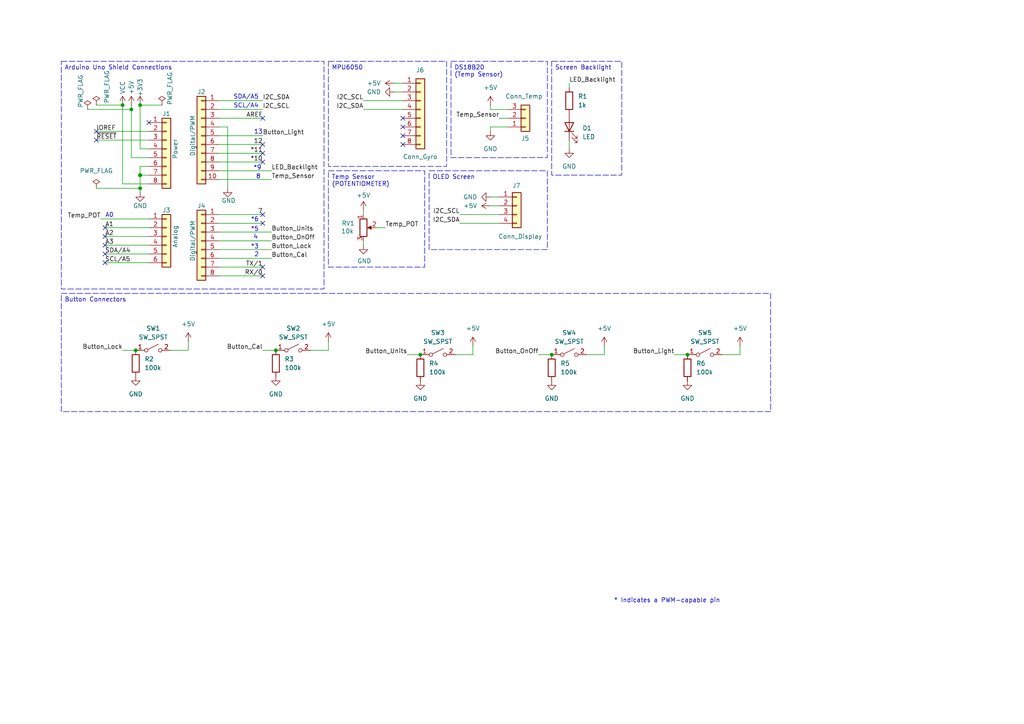
<source format=kicad_sch>
(kicad_sch (version 20231120) (generator "eeschema") (generator_version "8.0")
  (paper "A4")
  (title_block (title "Uno Shield ThermoProbe") (date "2025-01-27") (rev "1.0") (company "Rana Seif"))
  (lib_symbols
    (symbol "+3V3_1" (power) (pin_numbers hide) (pin_names (offset 0) hide)
      (property "Value" "+3V3" (at 0 3.556 0))
      (symbol "+3V3_1_0_1"
        (polyline (pts (xy -0.762 1.27) (xy 0 2.54)))
        (polyline (pts (xy 0 0) (xy 0 2.54)))
        (polyline (pts (xy 0 2.54) (xy 0.762 1.27)))
      )
      (symbol "+3V3_1_1_1"
        (pin power_in line (at 0 0 90) (length 0) (name "~") (number "1"))
      )
    )
    (symbol "+5V_1" (power) (pin_numbers hide) (pin_names (offset 0) hide)
      (property "Value" "+5V" (at 0 3.556 0))
      (symbol "+5V_1_0_1"
        (polyline (pts (xy -0.762 1.27) (xy 0 2.54)))
        (polyline (pts (xy 0 0) (xy 0 2.54)))
        (polyline (pts (xy 0 2.54) (xy 0.762 1.27)))
      )
      (symbol "+5V_1_1_1"
        (pin power_in line (at 0 0 90) (length 0) (name "~") (number "1"))
      )
    )
    (symbol "+5V_2" (power) (pin_numbers hide) (pin_names (offset 0) hide)
      (property "Value" "+5V" (at 0 3.556 0))
      (symbol "+5V_2_0_1"
        (polyline (pts (xy -0.762 1.27) (xy 0 2.54)))
        (polyline (pts (xy 0 0) (xy 0 2.54)))
        (polyline (pts (xy 0 2.54) (xy 0.762 1.27)))
      )
      (symbol "+5V_2_1_1"
        (pin power_in line (at 0 0 90) (length 0) (name "~") (number "1"))
      )
    )
    (symbol "+5V_3" (power) (pin_numbers hide) (pin_names (offset 0) hide)
      (property "Value" "+5V" (at 0 3.556 0))
      (symbol "+5V_3_0_1"
        (polyline (pts (xy -0.762 1.27) (xy 0 2.54)))
        (polyline (pts (xy 0 0) (xy 0 2.54)))
        (polyline (pts (xy 0 2.54) (xy 0.762 1.27)))
      )
      (symbol "+5V_3_1_1"
        (pin power_in line (at 0 0 90) (length 0) (name "~") (number "1"))
      )
    )
    (symbol "+5V_4" (power) (pin_numbers hide) (pin_names (offset 0) hide)
      (property "Value" "+5V" (at 0 3.556 0))
      (symbol "+5V_4_0_1"
        (polyline (pts (xy -0.762 1.27) (xy 0 2.54)))
        (polyline (pts (xy 0 0) (xy 0 2.54)))
        (polyline (pts (xy 0 2.54) (xy 0.762 1.27)))
      )
      (symbol "+5V_4_1_1"
        (pin power_in line (at 0 0 90) (length 0) (name "~") (number "1"))
      )
    )
    (symbol "+5V_5" (power) (pin_numbers hide) (pin_names (offset 0) hide)
      (property "Value" "+5V" (at 0 3.556 0))
      (symbol "+5V_5_0_1"
        (polyline (pts (xy -0.762 1.27) (xy 0 2.54)))
        (polyline (pts (xy 0 0) (xy 0 2.54)))
        (polyline (pts (xy 0 2.54) (xy 0.762 1.27)))
      )
      (symbol "+5V_5_1_1"
        (pin power_in line (at 0 0 90) (length 0) (name "~") (number "1"))
      )
    )
    (symbol "Connector_Generic:Conn_01x03" (pin_names (offset 1.016) hide)
      (property "Reference" "J" (at 0 5.08 0))
      (property "Value" "Conn_01x03" (at 0 -5.08 0))
      (symbol "Conn_01x03_1_1"
        (rectangle (start -1.27 -2.413) (end 0 -2.667) (stroke (width 0.1524)))
        (rectangle (start -1.27 0.127) (end 0 -0.127) (stroke (width 0.1524)))
        (rectangle (start -1.27 2.667) (end 0 2.413) (stroke (width 0.1524)))
        (rectangle (start -1.27 3.81) (end 1.27 -3.81) (stroke (width 0.254)) (fill (type background)))
        (pin passive line (at -5.08 2.54 0) (length 3.81) (name "Pin_1") (number "1"))
        (pin passive line (at -5.08 0 0) (length 3.81) (name "Pin_2") (number "2"))
        (pin passive line (at -5.08 -2.54 0) (length 3.81) (name "Pin_3") (number "3"))
      )
    )
    (symbol "Connector_Generic:Conn_01x04" (pin_names (offset 1.016) hide)
      (property "Reference" "J" (at 0 5.08 0))
      (property "Value" "Conn_01x04" (at 0 -7.62 0))
      (symbol "Conn_01x04_1_1"
        (rectangle (start -1.27 -4.953) (end 0 -5.207) (stroke (width 0.1524)))
        (rectangle (start -1.27 -2.413) (end 0 -2.667) (stroke (width 0.1524)))
        (rectangle (start -1.27 0.127) (end 0 -0.127) (stroke (width 0.1524)))
        (rectangle (start -1.27 2.667) (end 0 2.413) (stroke (width 0.1524)))
        (rectangle (start -1.27 3.81) (end 1.27 -6.35) (stroke (width 0.254)) (fill (type background)))
        (pin passive line (at -5.08 2.54 0) (length 3.81) (name "Pin_1") (number "1"))
        (pin passive line (at -5.08 0 0) (length 3.81) (name "Pin_2") (number "2"))
        (pin passive line (at -5.08 -2.54 0) (length 3.81) (name "Pin_3") (number "3"))
        (pin passive line (at -5.08 -5.08 0) (length 3.81) (name "Pin_4") (number "4"))
      )
    )
    (symbol "Connector_Generic:Conn_01x06" (pin_names (offset 1.016) hide)
      (property "Reference" "J" (at 0 7.62 0))
      (property "Value" "Conn_01x06" (at 0 -10.16 0))
      (symbol "Conn_01x06_1_1"
        (rectangle (start -1.27 -7.493) (end 0 -7.747) (stroke (width 0.1524)))
        (rectangle (start -1.27 -4.953) (end 0 -5.207) (stroke (width 0.1524)))
        (rectangle (start -1.27 -2.413) (end 0 -2.667) (stroke (width 0.1524)))
        (rectangle (start -1.27 0.127) (end 0 -0.127) (stroke (width 0.1524)))
        (rectangle (start -1.27 2.667) (end 0 2.413) (stroke (width 0.1524)))
        (rectangle (start -1.27 5.207) (end 0 4.953) (stroke (width 0.1524)))
        (rectangle (start -1.27 6.35) (end 1.27 -8.89) (stroke (width 0.254)) (fill (type background)))
        (pin passive line (at -5.08 5.08 0) (length 3.81) (name "Pin_1") (number "1"))
        (pin passive line (at -5.08 2.54 0) (length 3.81) (name "Pin_2") (number "2"))
        (pin passive line (at -5.08 0 0) (length 3.81) (name "Pin_3") (number "3"))
        (pin passive line (at -5.08 -2.54 0) (length 3.81) (name "Pin_4") (number "4"))
        (pin passive line (at -5.08 -5.08 0) (length 3.81) (name "Pin_5") (number "5"))
        (pin passive line (at -5.08 -7.62 0) (length 3.81) (name "Pin_6") (number "6"))
      )
    )
    (symbol "Connector_Generic:Conn_01x08" (pin_names (offset 1.016) hide)
      (property "Reference" "J" (at 0 10.16 0))
      (property "Value" "Conn_01x08" (at 0 -12.7 0))
      (symbol "Conn_01x08_1_1"
        (rectangle (start -1.27 -10.033) (end 0 -10.287) (stroke (width 0.1524)))
        (rectangle (start -1.27 -7.493) (end 0 -7.747) (stroke (width 0.1524)))
        (rectangle (start -1.27 -4.953) (end 0 -5.207) (stroke (width 0.1524)))
        (rectangle (start -1.27 -2.413) (end 0 -2.667) (stroke (width 0.1524)))
        (rectangle (start -1.27 0.127) (end 0 -0.127) (stroke (width 0.1524)))
        (rectangle (start -1.27 2.667) (end 0 2.413) (stroke (width 0.1524)))
        (rectangle (start -1.27 5.207) (end 0 4.953) (stroke (width 0.1524)))
        (rectangle (start -1.27 7.747) (end 0 7.493) (stroke (width 0.1524)))
        (rectangle (start -1.27 8.89) (end 1.27 -11.43) (stroke (width 0.254)) (fill (type background)))
        (pin passive line (at -5.08 7.62 0) (length 3.81) (name "Pin_1") (number "1"))
        (pin passive line (at -5.08 5.08 0) (length 3.81) (name "Pin_2") (number "2"))
        (pin passive line (at -5.08 2.54 0) (length 3.81) (name "Pin_3") (number "3"))
        (pin passive line (at -5.08 0 0) (length 3.81) (name "Pin_4") (number "4"))
        (pin passive line (at -5.08 -2.54 0) (length 3.81) (name "Pin_5") (number "5"))
        (pin passive line (at -5.08 -5.08 0) (length 3.81) (name "Pin_6") (number "6"))
        (pin passive line (at -5.08 -7.62 0) (length 3.81) (name "Pin_7") (number "7"))
        (pin passive line (at -5.08 -10.16 0) (length 3.81) (name "Pin_8") (number "8"))
      )
    )
    (symbol "Connector_Generic:Conn_01x10" (pin_names (offset 1.016) hide)
      (property "Reference" "J" (at 0 12.7 0))
      (property "Value" "Conn_01x10" (at 0 -15.24 0))
      (symbol "Conn_01x10_1_1"
        (rectangle (start -1.27 -12.573) (end 0 -12.827) (stroke (width 0.1524)))
        (rectangle (start -1.27 -10.033) (end 0 -10.287) (stroke (width 0.1524)))
        (rectangle (start -1.27 -7.493) (end 0 -7.747) (stroke (width 0.1524)))
        (rectangle (start -1.27 -4.953) (end 0 -5.207) (stroke (width 0.1524)))
        (rectangle (start -1.27 -2.413) (end 0 -2.667) (stroke (width 0.1524)))
        (rectangle (start -1.27 0.127) (end 0 -0.127) (stroke (width 0.1524)))
        (rectangle (start -1.27 2.667) (end 0 2.413) (stroke (width 0.1524)))
        (rectangle (start -1.27 5.207) (end 0 4.953) (stroke (width 0.1524)))
        (rectangle (start -1.27 7.747) (end 0 7.493) (stroke (width 0.1524)))
        (rectangle (start -1.27 10.287) (end 0 10.033) (stroke (width 0.1524)))
        (rectangle (start -1.27 11.43) (end 1.27 -13.97) (stroke (width 0.254)) (fill (type background)))
        (pin passive line (at -5.08 10.16 0) (length 3.81) (name "Pin_1") (number "1"))
        (pin passive line (at -5.08 -12.7 0) (length 3.81) (name "Pin_10") (number "10"))
        (pin passive line (at -5.08 7.62 0) (length 3.81) (name "Pin_2") (number "2"))
        (pin passive line (at -5.08 5.08 0) (length 3.81) (name "Pin_3") (number "3"))
        (pin passive line (at -5.08 2.54 0) (length 3.81) (name "Pin_4") (number "4"))
        (pin passive line (at -5.08 0 0) (length 3.81) (name "Pin_5") (number "5"))
        (pin passive line (at -5.08 -2.54 0) (length 3.81) (name "Pin_6") (number "6"))
        (pin passive line (at -5.08 -5.08 0) (length 3.81) (name "Pin_7") (number "7"))
        (pin passive line (at -5.08 -7.62 0) (length 3.81) (name "Pin_8") (number "8"))
        (pin passive line (at -5.08 -10.16 0) (length 3.81) (name "Pin_9") (number "9"))
      )
    )
    (symbol "Device:LED" (pin_numbers hide) (pin_names (offset 1.016) hide)
      (property "Reference" "D" (at 0 2.54 0))
      (property "Value" "LED" (at 0 -2.54 0))
      (symbol "LED_0_1"
        (polyline (pts (xy -1.27 -1.27) (xy -1.27 1.27)) (stroke (width 0.254)))
        (polyline (pts (xy -1.27 0) (xy 1.27 0)))
        (polyline (pts (xy 1.27 -1.27) (xy 1.27 1.27) (xy -1.27 0) (xy 1.27 -1.27)) (stroke (width 0.254)))
        (polyline (pts (xy -3.048 -0.762) (xy -4.572 -2.286) (xy -3.81 -2.286) (xy -4.572 -2.286) (xy -4.572 -1.524)))
        (polyline (pts (xy -1.778 -0.762) (xy -3.302 -2.286) (xy -2.54 -2.286) (xy -3.302 -2.286) (xy -3.302 -1.524)))
      )
      (symbol "LED_1_1"
        (pin passive line (at -3.81 0 0) (length 2.54) (name "K") (number "1"))
        (pin passive line (at 3.81 0 180) (length 2.54) (name "A") (number "2"))
      )
    )
    (symbol "Device:R" (pin_numbers hide) (pin_names (offset 0))
      (property "Reference" "R" (at 2.032 0 90))
      (property "Value" "R" (at 0 0 90))
      (symbol "R_0_1"
        (rectangle (start -1.016 -2.54) (end 1.016 2.54) (stroke (width 0.254)))
      )
      (symbol "R_1_1"
        (pin passive line (at 0 3.81 270) (length 1.27) (name "~") (number "1"))
        (pin passive line (at 0 -3.81 90) (length 1.27) (name "~") (number "2"))
      )
    )
    (symbol "Device:R_Potentiometer" (pin_names (offset 1.016) hide)
      (property "Reference" "RV" (at -4.445 0 90))
      (property "Value" "R_Potentiometer" (at -2.54 0 90))
      (symbol "R_Potentiometer_0_1"
        (polyline (pts (xy 2.54 0) (xy 1.524 0)))
        (polyline (pts (xy 1.143 0) (xy 2.286 0.508) (xy 2.286 -0.508) (xy 1.143 0)) (fill (type outline)))
        (rectangle (start 1.016 2.54) (end -1.016 -2.54) (stroke (width 0.254)))
      )
      (symbol "R_Potentiometer_1_1"
        (pin passive line (at 0 3.81 270) (length 1.27) (name "1") (number "1"))
        (pin passive line (at 3.81 0 180) (length 1.27) (name "2") (number "2"))
        (pin passive line (at 0 -3.81 90) (length 1.27) (name "3") (number "3"))
      )
    )
    (symbol "GND_1" (power) (pin_numbers hide) (pin_names (offset 0) hide)
      (property "Value" "GND" (at 0 -3.81 0))
      (symbol "GND_1_0_1"
        (polyline (pts (xy 0 0) (xy 0 -1.27) (xy 1.27 -1.27) (xy 0 -2.54) (xy -1.27 -1.27) (xy 0 -1.27)))
      )
      (symbol "GND_1_1_1"
        (pin power_in line (at 0 0 270) (length 0) (name "~") (number "1"))
      )
    )
    (symbol "GND_2" (power) (pin_numbers hide) (pin_names (offset 0) hide)
      (property "Value" "GND" (at 0 -3.81 0))
      (symbol "GND_2_0_1"
        (polyline (pts (xy 0 0) (xy 0 -1.27) (xy 1.27 -1.27) (xy 0 -2.54) (xy -1.27 -1.27) (xy 0 -1.27)))
      )
      (symbol "GND_2_1_1"
        (pin power_in line (at 0 0 270) (length 0) (name "~") (number "1"))
      )
    )
    (symbol "GND_3" (power) (pin_numbers hide) (pin_names (offset 0) hide)
      (property "Value" "GND" (at 0 -3.81 0))
      (symbol "GND_3_0_1"
        (polyline (pts (xy 0 0) (xy 0 -1.27) (xy 1.27 -1.27) (xy 0 -2.54) (xy -1.27 -1.27) (xy 0 -1.27)))
      )
      (symbol "GND_3_1_1"
        (pin power_in line (at 0 0 270) (length 0) (name "~") (number "1"))
      )
    )
    (symbol "GND_4" (power) (pin_numbers hide) (pin_names (offset 0) hide)
      (property "Value" "GND" (at 0 -3.81 0))
      (symbol "GND_4_0_1"
        (polyline (pts (xy 0 0) (xy 0 -1.27) (xy 1.27 -1.27) (xy 0 -2.54) (xy -1.27 -1.27) (xy 0 -1.27)))
      )
      (symbol "GND_4_1_1"
        (pin power_in line (at 0 0 270) (length 0) (name "~") (number "1"))
      )
    )
    (symbol "GND_5" (power) (pin_numbers hide) (pin_names (offset 0) hide)
      (property "Value" "GND" (at 0 -3.81 0))
      (symbol "GND_5_0_1"
        (polyline (pts (xy 0 0) (xy 0 -1.27) (xy 1.27 -1.27) (xy 0 -2.54) (xy -1.27 -1.27) (xy 0 -1.27)))
      )
      (symbol "GND_5_1_1"
        (pin power_in line (at 0 0 270) (length 0) (name "~") (number "1"))
      )
    )
    (symbol "GND_6" (power) (pin_numbers hide) (pin_names (offset 0) hide)
      (property "Value" "GND" (at 0 -3.81 0))
      (symbol "GND_6_0_1"
        (polyline (pts (xy 0 0) (xy 0 -1.27) (xy 1.27 -1.27) (xy 0 -2.54) (xy -1.27 -1.27) (xy 0 -1.27)))
      )
      (symbol "GND_6_1_1"
        (pin power_in line (at 0 0 270) (length 0) (name "~") (number "1"))
      )
    )
    (symbol "GND_7" (power) (pin_numbers hide) (pin_names (offset 0) hide)
      (property "Value" "GND" (at 0 -3.81 0))
      (symbol "GND_7_0_1"
        (polyline (pts (xy 0 0) (xy 0 -1.27) (xy 1.27 -1.27) (xy 0 -2.54) (xy -1.27 -1.27) (xy 0 -1.27)))
      )
      (symbol "GND_7_1_1"
        (pin power_in line (at 0 0 270) (length 0) (name "~") (number "1"))
      )
    )
    (symbol "GND_8" (power) (pin_numbers hide) (pin_names (offset 0) hide)
      (property "Value" "GND" (at 0 -3.81 0))
      (symbol "GND_8_0_1"
        (polyline (pts (xy 0 0) (xy 0 -1.27) (xy 1.27 -1.27) (xy 0 -2.54) (xy -1.27 -1.27) (xy 0 -1.27)))
      )
      (symbol "GND_8_1_1"
        (pin power_in line (at 0 0 270) (length 0) (name "~") (number "1"))
      )
    )
    (symbol "Switch:SW_SPST" (pin_names (offset 0) hide)
      (property "Reference" "SW" (at 0 3.175 0))
      (property "Value" "SW_SPST" (at 0 -2.54 0))
      (symbol "SW_SPST_0_0"
        (circle (center -2.032 0) (radius 0.508))
        (polyline (pts (xy -1.524 0.254) (xy 1.524 1.778)))
        (circle (center 2.032 0) (radius 0.508))
      )
      (symbol "SW_SPST_1_1"
        (pin passive line (at -5.08 0 0) (length 2.54) (name "A") (number "1"))
        (pin passive line (at 5.08 0 180) (length 2.54) (name "B") (number "2"))
      )
    )
    (symbol "power:+5V" (power) (pin_numbers hide) (pin_names (offset 0) hide)
      (property "Value" "+5V" (at 0 3.556 0))
      (symbol "+5V_0_1"
        (polyline (pts (xy -0.762 1.27) (xy 0 2.54)))
        (polyline (pts (xy 0 0) (xy 0 2.54)))
        (polyline (pts (xy 0 2.54) (xy 0.762 1.27)))
      )
      (symbol "+5V_1_1"
        (pin power_in line (at 0 0 90) (length 0) (name "~") (number "1"))
      )
    )
    (symbol "power:PWR_FLAG" (power) (pin_numbers hide) (pin_names (offset 0) hide)
      (property "Value" "PWR_FLAG" (at 0 3.81 0))
      (symbol "PWR_FLAG_0_0"
        (pin power_out line (at 0 0 90) (length 0) (name "~") (number "1"))
      )
      (symbol "PWR_FLAG_0_1"
        (polyline (pts (xy 0 0) (xy 0 1.27) (xy -1.016 1.905) (xy 0 2.54) (xy 1.016 1.905) (xy 0 1.27)))
      )
    )
    (symbol "power:VCC" (power) (pin_numbers hide) (pin_names (offset 0) hide)
      (property "Value" "VCC" (at 0 3.556 0))
      (symbol "VCC_0_1"
        (polyline (pts (xy -0.762 1.27) (xy 0 2.54)))
        (polyline (pts (xy 0 0) (xy 0 2.54)))
        (polyline (pts (xy 0 2.54) (xy 0.762 1.27)))
      )
      (symbol "VCC_1_1"
        (pin power_in line (at 0 0 90) (length 0) (name "~") (number "1"))
      )
    )
  )
  (junction (at 35.56 30.48))
  (junction (at 80.01 101.6))
  (junction (at 40.64 50.8) (diameter 1.016))
  (junction (at 38.1 31.75))
  (junction (at 40.64 30.48))
  (junction (at 39.37 101.6))
  (junction (at 199.39 102.87))
  (junction (at 40.64 54.61))
  (junction (at 121.92 102.87))
  (junction (at 160.02 102.87))
  (no_connect (at 30.48 68.58))
  (no_connect (at 76.2 46.99))
  (no_connect (at 76.2 34.29))
  (no_connect (at 116.84 41.91))
  (no_connect (at 30.48 71.12))
  (no_connect (at 76.2 44.45))
  (no_connect (at 76.2 77.47))
  (no_connect (at 27.94 38.1))
  (no_connect (at 116.84 39.37))
  (no_connect (at 30.48 66.04))
  (no_connect (at 116.84 34.29))
  (no_connect (at 76.2 80.01))
  (no_connect (at 76.2 64.77))
  (no_connect (at 30.48 73.66))
  (no_connect (at 76.2 62.23))
  (no_connect (at 76.2 41.91))
  (no_connect (at 27.94 40.64))
  (no_connect (at 43.18 35.56))
  (no_connect (at 116.84 36.83))
  (no_connect (at 30.48 76.2))
  (wire (pts (xy 63.5 80.01) (xy 76.2 80.01)))
  (wire (pts (xy 165.1 24.13) (xy 165.1 25.4)))
  (wire (pts (xy 137.16 100.33) (xy 137.16 102.87)))
  (wire (pts (xy 38.1 31.75) (xy 38.1 45.72)))
  (wire (pts (xy 133.35 62.23) (xy 144.78 62.23)))
  (wire (pts (xy 63.5 46.99) (xy 76.2 46.99)))
  (wire (pts (xy 142.24 36.83) (xy 142.24 38.1)))
  (wire (pts (xy 63.5 29.21) (xy 76.2 29.21)))
  (wire (pts (xy 40.64 48.26) (xy 40.64 50.8)))
  (wire (pts (xy 142.24 59.69) (xy 144.78 59.69)))
  (wire (pts (xy 30.48 76.2) (xy 43.18 76.2)))
  (wire (pts (xy 54.61 99.06) (xy 54.61 101.6)))
  (wire (pts (xy 40.64 50.8) (xy 40.64 54.61)))
  (wire (pts (xy 137.16 102.87) (xy 132.08 102.87)))
  (wire (pts (xy 40.64 43.18) (xy 43.18 43.18)))
  (wire (pts (xy 38.1 45.72) (xy 43.18 45.72)))
  (wire (pts (xy 38.1 30.48) (xy 38.1 31.75)))
  (wire (pts (xy 147.32 31.75) (xy 142.24 31.75)))
  (wire (pts (xy 105.41 29.21) (xy 116.84 29.21)))
  (wire (pts (xy 63.5 39.37) (xy 76.2 39.37)))
  (wire (pts (xy 40.64 30.48) (xy 40.64 43.18)))
  (wire (pts (xy 63.5 62.23) (xy 76.2 62.23)))
  (wire (pts (xy 175.26 100.33) (xy 175.26 102.87)))
  (wire (pts (xy 63.5 41.91) (xy 76.2 41.91)))
  (wire (pts (xy 144.78 34.29) (xy 147.32 34.29)))
  (wire (pts (xy 95.25 99.06) (xy 95.25 101.6)))
  (wire (pts (xy 105.41 60.96) (xy 105.41 62.23)))
  (wire (pts (xy 105.41 69.85) (xy 105.41 71.12)))
  (wire (pts (xy 63.5 49.53) (xy 78.74 49.53)))
  (wire (pts (xy 63.5 69.85) (xy 78.74 69.85)))
  (wire (pts (xy 133.35 64.77) (xy 144.78 64.77)))
  (wire (pts (xy 27.94 38.1) (xy 43.18 38.1)))
  (wire (pts (xy 63.5 64.77) (xy 76.2 64.77)))
  (wire (pts (xy 54.61 101.6) (xy 49.53 101.6)))
  (wire (pts (xy 27.94 54.61) (xy 40.64 54.61)))
  (wire (pts (xy 66.04 36.83) (xy 66.04 54.61)))
  (wire (pts (xy 165.1 43.18) (xy 165.1 40.64)))
  (wire (pts (xy 195.58 102.87) (xy 199.39 102.87)))
  (wire (pts (xy 63.5 34.29) (xy 76.2 34.29)))
  (wire (pts (xy 43.18 68.58) (xy 30.48 68.58)))
  (wire (pts (xy 27.94 40.64) (xy 43.18 40.64)))
  (wire (pts (xy 109.22 66.04) (xy 111.76 66.04)))
  (wire (pts (xy 114.3 24.13) (xy 116.84 24.13)))
  (wire (pts (xy 43.18 50.8) (xy 40.64 50.8)))
  (wire (pts (xy 95.25 101.6) (xy 90.17 101.6)))
  (wire (pts (xy 214.63 102.87) (xy 209.55 102.87)))
  (wire (pts (xy 156.21 102.87) (xy 160.02 102.87)))
  (wire (pts (xy 43.18 53.34) (xy 35.56 53.34)))
  (wire (pts (xy 35.56 101.6) (xy 39.37 101.6)))
  (wire (pts (xy 30.48 66.04) (xy 43.18 66.04)))
  (wire (pts (xy 63.5 36.83) (xy 66.04 36.83)))
  (wire (pts (xy 142.24 30.48) (xy 142.24 31.75)))
  (wire (pts (xy 43.18 48.26) (xy 40.64 48.26)))
  (wire (pts (xy 27.94 30.48) (xy 35.56 30.48)))
  (wire (pts (xy 114.3 26.67) (xy 116.84 26.67)))
  (wire (pts (xy 175.26 102.87) (xy 170.18 102.87)))
  (wire (pts (xy 105.41 31.75) (xy 116.84 31.75)))
  (wire (pts (xy 63.5 44.45) (xy 76.2 44.45)))
  (wire (pts (xy 76.2 101.6) (xy 80.01 101.6)))
  (wire (pts (xy 147.32 36.83) (xy 142.24 36.83)))
  (wire (pts (xy 63.5 67.31) (xy 78.74 67.31)))
  (wire (pts (xy 29.21 63.5) (xy 43.18 63.5)))
  (wire (pts (xy 30.48 71.12) (xy 43.18 71.12)))
  (wire (pts (xy 118.11 102.87) (xy 121.92 102.87)))
  (wire (pts (xy 63.5 31.75) (xy 76.2 31.75)))
  (wire (pts (xy 63.5 74.93) (xy 78.74 74.93)))
  (wire (pts (xy 40.64 30.48) (xy 46.99 30.48)))
  (wire (pts (xy 63.5 72.39) (xy 78.74 72.39)))
  (wire (pts (xy 214.63 100.33) (xy 214.63 102.87)))
  (wire (pts (xy 40.64 54.61) (xy 40.64 55.88)))
  (wire (pts (xy 63.5 77.47) (xy 76.2 77.47)))
  (wire (pts (xy 35.56 53.34) (xy 35.56 30.48)))
  (wire (pts (xy 142.24 57.15) (xy 144.78 57.15)))
  (wire (pts (xy 43.18 73.66) (xy 30.48 73.66)))
  (wire (pts (xy 25.4 31.75) (xy 38.1 31.75)))
  (wire (pts (xy 63.5 52.07) (xy 78.74 52.07)))
  (text_box "Temp Sensor \n(POTENTIOMETER)" (at 95.25 49.53 0) (size 27.94 27.94) (stroke (width 0) (type dash)) (effects (font (size 1.27 1.27)) (justify left top)))
  (text_box "Screen Backlight" (at 160.02 17.78 0) (size 20.32 33.02) (stroke (width 0) (type dash)) (effects (font (size 1.27 1.27)) (justify left top)))
  (text_box "DS18B20\n(Temp Sensor)" (at 130.81 17.78 0) (size 27.94 27.94) (stroke (width 0) (type dash)) (effects (font (size 1.27 1.27)) (justify left top)))
  (text_box "Button Connectors" (at 17.78 85.09 0) (size 205.74 34.29) (stroke (width 0) (type dash)) (effects (font (size 1.27 1.27)) (justify left top)))
  (text_box "Arduino Uno Shield Connections" (at 17.78 17.78 0) (size 76.2 66.04) (stroke (width 0) (type dash)) (effects (font (size 1.27 1.27)) (justify left top)))
  (text_box "OLED Screen" (at 124.46 49.53 0) (size 34.29 22.86) (stroke (width 0) (type dash)) (effects (font (size 1.27 1.27)) (justify left top)))
  (text_box "MPU6050\n" (at 95.25 17.78 0) (size 34.29 30.48) (stroke (width 0) (type dash)) (effects (font (size 1.27 1.27)) (justify left top)))
  (text "4" (at 74.168 68.834 0) (effects (font (size 1.27 1.27))))
  (text "A0" (at 31.75 62.484 0) (effects (font (size 1.27 1.27))))
  (text "*6" (at 73.914 63.754 0) (effects (font (size 1.27 1.27))))
  (text "SDA/A5" (at 71.374 28.194 0) (effects (font (size 1.27 1.27))))
  (text "2" (at 74.422 73.914 0) (effects (font (size 1.27 1.27))))
  (text "8" (at 74.93 51.308 0) (effects (font (size 1.27 1.27))))
  (text "*3" (at 73.914 71.628 0) (effects (font (size 1.27 1.27))))
  (text "*5" (at 73.914 66.548 0) (effects (font (size 1.27 1.27))))
  (text "SCL/A4" (at 71.374 30.734 0) (effects (font (size 1.27 1.27))))
  (text "* Indicates a PWM-capable pin" (at 178.054 175.006 0) (effects (font (size 1.27 1.27)) (justify left bottom)))
  (text "*9" (at 74.676 48.768 0) (effects (font (size 1.27 1.27))))
  (text "13" (at 74.93 38.354 0) (effects (font (size 1.27 1.27))))
  (label "RX{slash}0" (at 76.2 80.01 180))
  (label "A2" (at 30.48 68.58 0))
  (label "Button_OnOff" (at 156.21 102.87 180))
  (label "A3" (at 30.48 71.12 0))
  (label "Button_Lock" (at 35.56 101.6 180))
  (label "12" (at 76.2 41.91 180))
  (label "I2C_SDA" (at 105.41 31.75 180))
  (label "Button_Cal" (at 76.2 101.6 180))
  (label "~{RESET}" (at 27.94 40.64 0))
  (label "*10" (at 76.2 46.99 180))
  (label "Temp_Sensor" (at 78.74 52.07 0))
  (label "LED_Backlight" (at 165.1 24.13 0))
  (label "Temp_POT" (at 29.21 63.5 180))
  (label "Temp_Sensor" (at 144.78 34.29 180))
  (label "Button_Cal" (at 78.74 74.93 0))
  (label "7" (at 76.2 62.23 180))
  (label "Button_Light" (at 76.2 39.37 0))
  (label "Temp_POT" (at 111.76 66.04 0))
  (label "Button_Units" (at 78.74 67.31 0))
  (label "*11" (at 76.2 44.45 180))
  (label "Button_OnOff" (at 78.74 69.85 0))
  (label "A1" (at 30.48 66.04 0))
  (label "TX{slash}1" (at 76.2 77.47 180))
  (label "I2C_SDA" (at 133.35 64.77 180))
  (label "AREF" (at 76.2 34.29 180))
  (label "I2C_SCL" (at 105.41 29.21 180))
  (label "LED_Backlight" (at 78.74 49.53 0))
  (label "I2C_SDA" (at 76.2 29.21 0))
  (label "I2C_SCL" (at 133.35 62.23 180))
  (label "Button_Light" (at 195.58 102.87 180))
  (label "I2C_SCL" (at 76.2 31.75 0))
  (label "IOREF" (at 27.94 38.1 0))
  (label "SDA{slash}A4" (at 30.48 73.66 0))
  (label "SCL{slash}A5" (at 30.48 76.2 0))
  (label "Button_Lock" (at 78.74 72.39 0))
  (label "Button_Units" (at 118.11 102.87 180))
  (symbol (lib_id "Connector_Generic:Conn_01x08") (at 48.26 43.18 0) (unit 1)
    (property "Reference" "J1" (at 48.26 33.02 0))
    (property "Value" "Power" (at 50.8 43.18 90))
    (property "Footprint" "Connector_PinSocket_2.54mm:PinSocket_1x08_P2.54mm_Vertical" (effects (hide yes)))
  )
  (symbol (lib_id "Connector_Generic:Conn_01x10") (at 58.42 39.37 0) (mirror y) (unit 1)
    (property "Reference" "J2" (at 58.42 26.67 0))
    (property "Value" "Digital/PWM" (at 55.88 39.37 90))
    (property "Footprint" "Connector_PinSocket_2.54mm:PinSocket_1x10_P2.54mm_Vertical" (effects (hide yes)))
  )
  (symbol (lib_id "Connector_Generic:Conn_01x06") (at 48.26 68.58 0) (unit 1)
    (property "Reference" "J3" (at 48.26 60.96 0))
    (property "Value" "Analog" (at 50.8 68.58 90))
    (property "Footprint" "Connector_PinSocket_2.54mm:PinSocket_1x06_P2.54mm_Vertical" (effects (hide yes)))
  )
  (symbol (lib_id "Connector_Generic:Conn_01x08") (at 58.42 69.85 0) (mirror y) (unit 1)
    (property "Reference" "J4" (at 58.42 59.69 0))
    (property "Value" "Digital/PWM" (at 55.88 69.85 90))
    (property "Footprint" "Connector_PinSocket_2.54mm:PinSocket_1x08_P2.54mm_Vertical" (effects (hide yes)))
  )
  (symbol (lib_id "Device:R") (at 39.37 105.41 0) (unit 1)
    (property "Reference" "R2" (at 41.91 104.1399 0) (effects (justify left)))
    (property "Value" "100k" (at 41.91 106.6799 0) (effects (justify left)))
    (property "Footprint" "Resistor_THT:R_Axial_DIN0207_L6.3mm_D2.5mm_P10.16mm_Horizontal" (effects (hide yes)))
    (property "Description" "Resistor" (effects (hide yes)))
  )
  (symbol (lib_name "+5V_3") (lib_id "power:+5V") (at 105.41 60.96 0) (unit 1)
    (property "Reference" "#PWR012" (effects (hide yes)))
    (property "Value" "+5V" (at 105.41 56.642 0))
    (property "Description" "Power symbol creates a global label with name \"+5V\"" (effects (hide yes)))
  )
  (symbol (lib_name "GND_6") (lib_id "power:GND") (at 80.01 109.22 0) (unit 1)
    (property "Reference" "#PWR017" (effects (hide yes)))
    (property "Value" "GND" (at 80.01 114.3 0))
    (property "Description" "Power symbol creates a global label with name \"GND\" , ground" (effects (hide yes)))
  )
  (symbol (lib_name "+5V_1") (lib_id "power:+5V") (at 142.24 30.48 0) (unit 1)
    (property "Reference" "#PWR08" (effects (hide yes)))
    (property "Value" "+5V" (at 142.24 25.4 0))
    (property "Description" "Power symbol creates a global label with name \"+5V\"" (effects (hide yes)))
  )
  (symbol (lib_name "GND_6") (lib_id "power:GND") (at 199.39 110.49 0) (unit 1)
    (property "Reference" "#PWR023" (effects (hide yes)))
    (property "Value" "GND" (at 199.39 115.57 0))
    (property "Description" "Power symbol creates a global label with name \"GND\" , ground" (effects (hide yes)))
  )
  (symbol (lib_name "GND_6") (lib_id "power:GND") (at 121.92 110.49 0) (unit 1)
    (property "Reference" "#PWR019" (effects (hide yes)))
    (property "Value" "GND" (at 121.92 115.57 0))
    (property "Description" "Power symbol creates a global label with name \"GND\" , ground" (effects (hide yes)))
  )
  (symbol (lib_name "+5V_5") (lib_id "power:+5V") (at 38.1 30.48 0) (unit 1)
    (property "Reference" "#PWR02" (effects (hide yes)))
    (property "Value" "+5V" (at 38.1 25.4 90))
    (property "Description" "Power symbol creates a global label with name \"+5V\"" (effects (hide yes)))
  )
  (symbol (lib_name "+3V3_1") (lib_id "power:+3V3") (at 40.64 30.48 0) (unit 1)
    (property "Reference" "#PWR04" (effects (hide yes)))
    (property "Value" "+3V3" (at 40.64 25.4 90))
    (property "Description" "Power symbol creates a global label with name \"+3V3\"" (effects (hide yes)))
  )
  (symbol (lib_name "+5V_4") (lib_id "power:+5V") (at 137.16 100.33 0) (unit 1)
    (property "Reference" "#PWR020" (effects (hide yes)))
    (property "Value" "+5V" (at 137.16 95.25 0))
    (property "Description" "Power symbol creates a global label with name \"+5V\"" (effects (hide yes)))
  )
  (symbol (lib_id "Connector_Generic:Conn_01x03") (at 152.4 34.29 0) (mirror x) (unit 1)
    (property "Reference" "J5" (at 151.13 40.132 0) (effects (justify left)))
    (property "Value" "Conn_Temp" (at 146.558 27.94 0) (effects (justify left)))
    (property "Footprint" "Connector_JST:JST_XH_B3B-XH-A_1x03_P2.50mm_Vertical" (effects (hide yes)))
    (property "Description" "Generic connector, single row, 01x03, script generated (kicad-library-utils/schlib/autogen/connector/)" (effects (hide yes)))
  )
  (symbol (lib_name "+5V_2") (lib_id "power:+5V") (at 142.24 59.69 90) (unit 1)
    (property "Reference" "#PWR011" (effects (hide yes)))
    (property "Value" "+5V" (at 138.43 59.6899 90) (effects (justify left)))
    (property "Description" "Power symbol creates a global label with name \"+5V\"" (effects (hide yes)))
  )
  (symbol (lib_id "power:PWR_FLAG") (at 25.4 31.75 0) (unit 1)
    (property "Reference" "#FLG04" (effects (hide yes)))
    (property "Value" "PWR_FLAG" (at 23.368 26.416 90))
    (property "Description" "Special symbol for telling ERC where power comes from" (effects (hide yes)))
  )
  (symbol (lib_name "GND_4") (lib_id "power:GND") (at 105.41 71.12 0) (unit 1)
    (property "Reference" "#PWR013" (effects (hide yes)))
    (property "Value" "GND" (at 105.664 75.692 0))
    (property "Description" "Power symbol creates a global label with name \"GND\" , ground" (effects (hide yes)))
  )
  (symbol (lib_id "Connector_Generic:Conn_01x04") (at 149.86 59.69 0) (unit 1)
    (property "Reference" "J7" (at 148.59 53.848 0) (effects (justify left)))
    (property "Value" "Conn_Display" (at 144.526 68.58 0) (effects (justify left)))
    (property "Footprint" "Connector_PinSocket_2.54mm:PinSocket_1x04_P2.54mm_Vertical" (effects (hide yes)))
    (property "Description" "Generic connector, single row, 01x04, script generated (kicad-library-utils/schlib/autogen/connector/)" (effects (hide yes)))
  )
  (symbol (lib_id "power:+5V") (at 114.3 24.13 90) (unit 1)
    (property "Reference" "#PWR03" (effects (hide yes)))
    (property "Value" "+5V" (at 110.49 24.1299 90) (effects (justify left)))
    (property "Description" "Power symbol creates a global label with name \"+5V\"" (effects (hide yes)))
  )
  (symbol (lib_name "GND_5") (lib_id "power:GND") (at 165.1 43.18 0) (unit 1)
    (property "Reference" "#PWR014" (effects (hide yes)))
    (property "Value" "GND" (at 165.1 48.26 0))
    (property "Description" "Power symbol creates a global label with name \"GND\" , ground" (effects (hide yes)))
  )
  (symbol (lib_name "GND_8") (lib_id "power:GND") (at 40.64 55.88 0) (unit 1)
    (property "Reference" "#PWR025" (effects (hide yes)))
    (property "Value" "GND" (at 40.64 59.69 0))
    (property "Description" "Power symbol creates a global label with name \"GND\" , ground" (effects (hide yes)))
  )
  (symbol (lib_id "power:PWR_FLAG") (at 46.99 30.48 0) (unit 1)
    (property "Reference" "#FLG03" (effects (hide yes)))
    (property "Value" "PWR_FLAG" (at 49.276 25.654 90))
    (property "Description" "Special symbol for telling ERC where power comes from" (effects (hide yes)))
  )
  (symbol (lib_id "Device:LED") (at 165.1 36.83 90) (unit 1)
    (property "Reference" "D1" (at 168.91 37.1474 90) (effects (justify right)))
    (property "Value" "LED" (at 168.91 39.6874 90) (effects (justify right)))
    (property "Footprint" "LED_THT:LED_D5.0mm" (effects (hide yes)))
    (property "Description" "Light emitting diode" (effects (hide yes)))
  )
  (symbol (lib_id "Device:R_Potentiometer") (at 105.41 66.04 0) (unit 1)
    (property "Reference" "RV1" (at 102.87 64.7699 0) (effects (justify right)))
    (property "Value" "10k" (at 102.616 67.056 0) (effects (justify right)))
    (property "Footprint" "Potentiometer_THT:Potentiometer_Bourns_3386P_Vertical" (effects (hide yes)))
    (property "Description" "Potentiometer" (effects (hide yes)))
  )
  (symbol (lib_id "Device:R") (at 199.39 106.68 0) (unit 1)
    (property "Reference" "R6" (at 201.93 105.4099 0) (effects (justify left)))
    (property "Value" "100k" (at 201.93 107.9499 0) (effects (justify left)))
    (property "Footprint" "Resistor_THT:R_Axial_DIN0207_L6.3mm_D2.5mm_P10.16mm_Horizontal" (effects (hide yes)))
    (property "Description" "Resistor" (effects (hide yes)))
  )
  (symbol (lib_id "Device:R") (at 165.1 29.21 0) (unit 1)
    (property "Reference" "R1" (at 167.64 27.9399 0) (effects (justify left)))
    (property "Value" "1k" (at 167.64 30.4799 0) (effects (justify left)))
    (property "Footprint" "Resistor_THT:R_Axial_DIN0207_L6.3mm_D2.5mm_P10.16mm_Horizontal" (effects (hide yes)))
    (property "Description" "Resistor" (effects (hide yes)))
  )
  (symbol (lib_id "Device:R") (at 160.02 106.68 0) (unit 1)
    (property "Reference" "R5" (at 162.56 105.4099 0) (effects (justify left)))
    (property "Value" "100k" (at 162.56 107.9499 0) (effects (justify left)))
    (property "Footprint" "Resistor_THT:R_Axial_DIN0207_L6.3mm_D2.5mm_P10.16mm_Horizontal" (effects (hide yes)))
    (property "Description" "Resistor" (effects (hide yes)))
  )
  (symbol (lib_id "Switch:SW_SPST") (at 127 102.87 0) (unit 1)
    (property "Reference" "SW3" (at 127 96.52 0))
    (property "Value" "SW_SPST" (at 127 99.06 0))
    (property "Footprint" "Button_Switch_THT:SW_PUSH_6mm" (effects (hide yes)))
    (property "Description" "Single Pole Single Throw (SPST) switch" (effects (hide yes)))
  )
  (symbol (lib_name "+5V_4") (lib_id "power:+5V") (at 214.63 100.33 0) (unit 1)
    (property "Reference" "#PWR024" (effects (hide yes)))
    (property "Value" "+5V" (at 214.63 95.25 0))
    (property "Description" "Power symbol creates a global label with name \"+5V\"" (effects (hide yes)))
  )
  (symbol (lib_name "+5V_4") (lib_id "power:+5V") (at 95.25 99.06 0) (unit 1)
    (property "Reference" "#PWR018" (effects (hide yes)))
    (property "Value" "+5V" (at 95.25 93.98 0))
    (property "Description" "Power symbol creates a global label with name \"+5V\"" (effects (hide yes)))
  )
  (symbol (lib_id "Connector_Generic:Conn_01x08") (at 121.92 31.75 0) (unit 1)
    (property "Reference" "J6" (at 120.65 20.32 0) (effects (justify left)))
    (property "Value" "Conn_Gyro" (at 116.84 45.466 0) (effects (justify left)))
    (property "Footprint" "Connector_PinSocket_2.54mm:PinSocket_1x08_P2.54mm_Vertical" (effects (hide yes)))
    (property "Description" "Generic connector, single row, 01x08, script generated (kicad-library-utils/schlib/autogen/connector/)" (effects (hide yes)))
  )
  (symbol (lib_id "Device:R") (at 80.01 105.41 0) (unit 1)
    (property "Reference" "R3" (at 82.55 104.1399 0) (effects (justify left)))
    (property "Value" "100k" (at 82.55 106.6799 0) (effects (justify left)))
    (property "Footprint" "Resistor_THT:R_Axial_DIN0207_L6.3mm_D2.5mm_P10.16mm_Horizontal" (effects (hide yes)))
    (property "Description" "Resistor" (effects (hide yes)))
  )
  (symbol (lib_name "+5V_4") (lib_id "power:+5V") (at 54.61 99.06 0) (unit 1)
    (property "Reference" "#PWR016" (effects (hide yes)))
    (property "Value" "+5V" (at 54.61 93.98 0))
    (property "Description" "Power symbol creates a global label with name \"+5V\"" (effects (hide yes)))
  )
  (symbol (lib_id "power:VCC") (at 35.56 30.48 0) (unit 1)
    (property "Reference" "#PWR01" (effects (hide yes)))
    (property "Value" "VCC" (at 35.56 25.4 90))
    (property "Description" "Power symbol creates a global label with name \"VCC\"" (effects (hide yes)))
  )
  (symbol (lib_id "Switch:SW_SPST") (at 204.47 102.87 0) (unit 1)
    (property "Reference" "SW5" (at 204.47 96.52 0))
    (property "Value" "SW_SPST" (at 204.47 99.06 0))
    (property "Footprint" "Button_Switch_THT:SW_PUSH_6mm" (effects (hide yes)))
    (property "Description" "Single Pole Single Throw (SPST) switch" (effects (hide yes)))
  )
  (symbol (lib_name "GND_2") (lib_id "power:GND") (at 142.24 38.1 0) (unit 1)
    (property "Reference" "#PWR09" (effects (hide yes)))
    (property "Value" "GND" (at 142.24 43.18 0))
    (property "Description" "Power symbol creates a global label with name \"GND\" , ground" (effects (hide yes)))
  )
  (symbol (lib_name "GND_6") (lib_id "power:GND") (at 160.02 110.49 0) (unit 1)
    (property "Reference" "#PWR021" (effects (hide yes)))
    (property "Value" "GND" (at 160.02 115.57 0))
    (property "Description" "Power symbol creates a global label with name \"GND\" , ground" (effects (hide yes)))
  )
  (symbol (lib_id "Device:R") (at 121.92 106.68 0) (unit 1)
    (property "Reference" "R4" (at 124.46 105.4099 0) (effects (justify left)))
    (property "Value" "100k" (at 124.46 107.9499 0) (effects (justify left)))
    (property "Footprint" "Resistor_THT:R_Axial_DIN0207_L6.3mm_D2.5mm_P10.16mm_Horizontal" (effects (hide yes)))
    (property "Description" "Resistor" (effects (hide yes)))
  )
  (symbol (lib_name "GND_1") (lib_id "power:GND") (at 114.3 26.67 270) (unit 1)
    (property "Reference" "#PWR06" (effects (hide yes)))
    (property "Value" "GND" (at 110.49 26.6699 90) (effects (justify right)))
    (property "Description" "Power symbol creates a global label with name \"GND\" , ground" (effects (hide yes)))
  )
  (symbol (lib_id "Switch:SW_SPST") (at 85.09 101.6 0) (unit 1)
    (property "Reference" "SW2" (at 85.09 95.25 0))
    (property "Value" "SW_SPST" (at 85.09 97.79 0))
    (property "Footprint" "Button_Switch_THT:SW_PUSH_6mm" (effects (hide yes)))
    (property "Description" "Single Pole Single Throw (SPST) switch" (effects (hide yes)))
  )
  (symbol (lib_id "Switch:SW_SPST") (at 44.45 101.6 0) (unit 1)
    (property "Reference" "SW1" (at 44.45 95.25 0))
    (property "Value" "SW_SPST" (at 44.45 97.79 0))
    (property "Footprint" "Button_Switch_THT:SW_PUSH_6mm" (effects (hide yes)))
    (property "Description" "Single Pole Single Throw (SPST) switch" (effects (hide yes)))
  )
  (symbol (lib_name "GND_6") (lib_id "power:GND") (at 39.37 109.22 0) (unit 1)
    (property "Reference" "#PWR015" (effects (hide yes)))
    (property "Value" "GND" (at 39.37 114.3 0))
    (property "Description" "Power symbol creates a global label with name \"GND\" , ground" (effects (hide yes)))
  )
  (symbol (lib_name "GND_3") (lib_id "power:GND") (at 142.24 57.15 270) (unit 1)
    (property "Reference" "#PWR010" (effects (hide yes)))
    (property "Value" "GND" (at 138.43 57.1499 90) (effects (justify right)))
    (property "Description" "Power symbol creates a global label with name \"GND\" , ground" (effects (hide yes)))
  )
  (symbol (lib_id "Switch:SW_SPST") (at 165.1 102.87 0) (unit 1)
    (property "Reference" "SW4" (at 165.1 96.52 0))
    (property "Value" "SW_SPST" (at 165.1 99.06 0))
    (property "Footprint" "Button_Switch_THT:SW_PUSH_6mm" (effects (hide yes)))
    (property "Description" "Single Pole Single Throw (SPST) switch" (effects (hide yes)))
  )
  (symbol (lib_name "+5V_4") (lib_id "power:+5V") (at 175.26 100.33 0) (unit 1)
    (property "Reference" "#PWR022" (effects (hide yes)))
    (property "Value" "+5V" (at 175.26 95.25 0))
    (property "Description" "Power symbol creates a global label with name \"+5V\"" (effects (hide yes)))
  )
  (symbol (lib_name "GND_7") (lib_id "power:GND") (at 66.04 54.61 0) (unit 1)
    (property "Reference" "#PWR05" (effects (hide yes)))
    (property "Value" "GND" (at 66.294 58.166 0))
    (property "Description" "Power symbol creates a global label with name \"GND\" , ground" (effects (hide yes)))
  )
  (symbol (lib_id "power:PWR_FLAG") (at 27.94 30.48 0) (unit 1)
    (property "Reference" "#FLG01" (effects (hide yes)))
    (property "Value" "PWR_FLAG" (at 30.988 25.146 90))
    (property "Description" "Special symbol for telling ERC where power comes from" (effects (hide yes)))
  )
  (symbol (lib_id "power:PWR_FLAG") (at 27.94 54.61 0) (unit 1)
    (property "Reference" "#FLG02" (effects (hide yes)))
    (property "Value" "PWR_FLAG" (at 27.94 49.53 0))
    (property "Description" "Special symbol for telling ERC where power comes from" (effects (hide yes)))
  )
)
</source>
